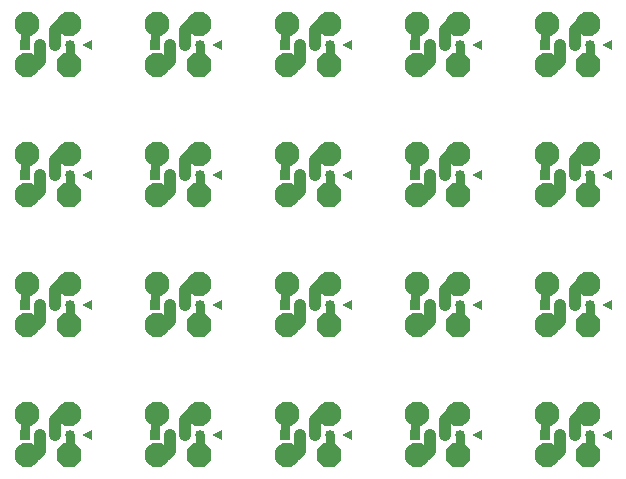
<source format=gbr>
G04 EasyPC Gerber Version 20.0.2 Build 4112 *
%FSLAX35Y35*%
%MOIN*%
%AMT133*0 Octagon Pad at angle 0*4,1,8,-0.01712,-0.04134,0.01712,-0.04134,0.04134,-0.01712,0.04134,0.01712,0.01712,0.04134,-0.01712,0.04134,-0.04134,0.01712,-0.04134,-0.01712,-0.01712,-0.04134,0*%
%ADD133T133*%
%ADD131R,0.03346X0.03346*%
%ADD123C,0.03150*%
%ADD132C,0.03346*%
%ADD29C,0.03937*%
%ADD20C,0.08268*%
%AMT134*0 Triangle Pad at angle 90*4,1,3,0.01673,-0.01673,0.01673,0.01673,-0.01673,0.00000,0.01673,-0.01673,0*%
%ADD134T134*%
X0Y0D02*
D02*
D20*
X8969Y8992D03*
Y22772D03*
Y52299D03*
Y66079D03*
Y95606D03*
Y109386D03*
Y138913D03*
Y152693D03*
X22748Y22772D03*
Y66079D03*
Y109386D03*
Y152693D03*
X52276Y8992D03*
Y22772D03*
Y52299D03*
Y66079D03*
Y95606D03*
Y109386D03*
Y138913D03*
Y152693D03*
X66055Y22772D03*
Y66079D03*
Y109386D03*
Y152693D03*
X95583Y8992D03*
Y22772D03*
Y52299D03*
Y66079D03*
Y95606D03*
Y109386D03*
Y138913D03*
Y152693D03*
X109362Y22772D03*
Y66079D03*
Y109386D03*
Y152693D03*
X138890Y8992D03*
Y22772D03*
Y52299D03*
Y66079D03*
Y95606D03*
Y109386D03*
Y138913D03*
Y152693D03*
X152669Y22772D03*
Y66079D03*
Y109386D03*
Y152693D03*
X182197Y8992D03*
Y22772D03*
Y52299D03*
Y66079D03*
Y95606D03*
Y109386D03*
Y138913D03*
Y152693D03*
X195976Y22772D03*
Y66079D03*
Y109386D03*
Y152693D03*
D02*
D29*
X8358Y22161D02*
X8969Y22772D01*
X8358Y65469D02*
X8969Y66079D01*
X8358Y108776D02*
X8969Y109386D01*
X8358Y152083D02*
X8969Y152693D01*
Y8992D02*
X11969D01*
X13358Y10382*
Y15882*
X8969Y52299D02*
X11969D01*
X13358Y53689*
Y59189*
X8969Y95606D02*
X11969D01*
X13358Y96996*
Y102496*
X8969Y138913D02*
X11969D01*
X13358Y140303*
Y145803*
X22748Y22772D02*
X20248D01*
X18358Y20882*
Y15882*
X22748Y66079D02*
X20248D01*
X18358Y64189*
Y59189*
X22748Y109386D02*
X20248D01*
X18358Y107496*
Y102496*
X22748Y152693D02*
X20248D01*
X18358Y150803*
Y145803*
X51665Y22161D02*
X52276Y22772D01*
X51665Y65469D02*
X52276Y66079D01*
X51665Y108776D02*
X52276Y109386D01*
X51665Y152083D02*
X52276Y152693D01*
Y8992D02*
X55276D01*
X56665Y10382*
Y15882*
X52276Y52299D02*
X55276D01*
X56665Y53689*
Y59189*
X52276Y95606D02*
X55276D01*
X56665Y96996*
Y102496*
X52276Y138913D02*
X55276D01*
X56665Y140303*
Y145803*
X66055Y22772D02*
X63555D01*
X61665Y20882*
Y15882*
X66055Y66079D02*
X63555D01*
X61665Y64189*
Y59189*
X66055Y109386D02*
X63555D01*
X61665Y107496*
Y102496*
X66055Y152693D02*
X63555D01*
X61665Y150803*
Y145803*
X94972Y22161D02*
X95583Y22772D01*
X94972Y65469D02*
X95583Y66079D01*
X94972Y108776D02*
X95583Y109386D01*
X94972Y152083D02*
X95583Y152693D01*
Y8992D02*
X98583D01*
X99972Y10382*
Y15882*
X95583Y52299D02*
X98583D01*
X99972Y53689*
Y59189*
X95583Y95606D02*
X98583D01*
X99972Y96996*
Y102496*
X95583Y138913D02*
X98583D01*
X99972Y140303*
Y145803*
X109362Y22772D02*
X106862D01*
X104972Y20882*
Y15882*
X109362Y66079D02*
X106862D01*
X104972Y64189*
Y59189*
X109362Y109386D02*
X106862D01*
X104972Y107496*
Y102496*
X109362Y152693D02*
X106862D01*
X104972Y150803*
Y145803*
X138280Y22161D02*
X138890Y22772D01*
X138280Y65469D02*
X138890Y66079D01*
X138280Y108776D02*
X138890Y109386D01*
X138280Y152083D02*
X138890Y152693D01*
Y8992D02*
X141890D01*
X143280Y10382*
Y15882*
X138890Y52299D02*
X141890D01*
X143280Y53689*
Y59189*
X138890Y95606D02*
X141890D01*
X143280Y96996*
Y102496*
X138890Y138913D02*
X141890D01*
X143280Y140303*
Y145803*
X152669Y22772D02*
X150169D01*
X148280Y20882*
Y15882*
X152669Y66079D02*
X150169D01*
X148280Y64189*
Y59189*
X152669Y109386D02*
X150169D01*
X148280Y107496*
Y102496*
X152669Y152693D02*
X150169D01*
X148280Y150803*
Y145803*
X181587Y22161D02*
X182197Y22772D01*
X181587Y65469D02*
X182197Y66079D01*
X181587Y108776D02*
X182197Y109386D01*
X181587Y152083D02*
X182197Y152693D01*
Y8992D02*
X185197D01*
X186587Y10382*
Y15882*
X182197Y52299D02*
X185197D01*
X186587Y53689*
Y59189*
X182197Y95606D02*
X185197D01*
X186587Y96996*
Y102496*
X182197Y138913D02*
X185197D01*
X186587Y140303*
Y145803*
X195976Y22772D02*
X193476D01*
X191587Y20882*
Y15882*
X195976Y66079D02*
X193476D01*
X191587Y64189*
Y59189*
X195976Y109386D02*
X193476D01*
X191587Y107496*
Y102496*
X195976Y152693D02*
X193476D01*
X191587Y150803*
Y145803*
D02*
D123*
X8358Y15882D02*
Y22161D01*
Y59189D02*
Y65469D01*
Y102496D02*
Y108776D01*
Y145803D02*
Y152083D01*
X23358Y15882D02*
Y9602D01*
X22748Y8992*
X23358Y59189D02*
Y52909D01*
X22748Y52299*
X23358Y102496D02*
Y96217D01*
X22748Y95606*
X23358Y145803D02*
Y139524D01*
X22748Y138913*
X51665Y15882D02*
Y22161D01*
Y59189D02*
Y65469D01*
Y102496D02*
Y108776D01*
Y145803D02*
Y152083D01*
X66665Y15882D02*
Y9602D01*
X66055Y8992*
X66665Y59189D02*
Y52909D01*
X66055Y52299*
X66665Y102496D02*
Y96217D01*
X66055Y95606*
X66665Y145803D02*
Y139524D01*
X66055Y138913*
X94972Y15882D02*
Y22161D01*
Y59189D02*
Y65469D01*
Y102496D02*
Y108776D01*
Y145803D02*
Y152083D01*
X109972Y15882D02*
Y9602D01*
X109362Y8992*
X109972Y59189D02*
Y52909D01*
X109362Y52299*
X109972Y102496D02*
Y96217D01*
X109362Y95606*
X109972Y145803D02*
Y139524D01*
X109362Y138913*
X138280Y15882D02*
Y22161D01*
Y59189D02*
Y65469D01*
Y102496D02*
Y108776D01*
Y145803D02*
Y152083D01*
X153280Y15882D02*
Y9602D01*
X152669Y8992*
X153280Y59189D02*
Y52909D01*
X152669Y52299*
X153280Y102496D02*
Y96217D01*
X152669Y95606*
X153280Y145803D02*
Y139524D01*
X152669Y138913*
X181587Y15882D02*
Y22161D01*
Y59189D02*
Y65469D01*
Y102496D02*
Y108776D01*
Y145803D02*
Y152083D01*
X196587Y15882D02*
Y9602D01*
X195976Y8992*
X196587Y59189D02*
Y52909D01*
X195976Y52299*
X196587Y102496D02*
Y96217D01*
X195976Y95606*
X196587Y145803D02*
Y139524D01*
X195976Y138913*
D02*
D131*
X8358Y15882D03*
Y59189D03*
Y102496D03*
Y145803D03*
X51665Y15882D03*
Y59189D03*
Y102496D03*
Y145803D03*
X94972Y15882D03*
Y59189D03*
Y102496D03*
Y145803D03*
X138280Y15882D03*
Y59189D03*
Y102496D03*
Y145803D03*
X181587Y15882D03*
Y59189D03*
Y102496D03*
Y145803D03*
D02*
D132*
X13358Y15882D03*
Y59189D03*
Y102496D03*
Y145803D03*
X18358Y15882D03*
Y59189D03*
Y102496D03*
Y145803D03*
X23358Y15882D03*
Y59189D03*
Y102496D03*
Y145803D03*
X56665Y15882D03*
Y59189D03*
Y102496D03*
Y145803D03*
X61665Y15882D03*
Y59189D03*
Y102496D03*
Y145803D03*
X66665Y15882D03*
Y59189D03*
Y102496D03*
Y145803D03*
X99972Y15882D03*
Y59189D03*
Y102496D03*
Y145803D03*
X104972Y15882D03*
Y59189D03*
Y102496D03*
Y145803D03*
X109972Y15882D03*
Y59189D03*
Y102496D03*
Y145803D03*
X143280Y15882D03*
Y59189D03*
Y102496D03*
Y145803D03*
X148280Y15882D03*
Y59189D03*
Y102496D03*
Y145803D03*
X153280Y15882D03*
Y59189D03*
Y102496D03*
Y145803D03*
X186587Y15882D03*
Y59189D03*
Y102496D03*
Y145803D03*
X191587Y15882D03*
Y59189D03*
Y102496D03*
Y145803D03*
X196587Y15882D03*
Y59189D03*
Y102496D03*
Y145803D03*
D02*
D133*
X22748Y8992D03*
Y52299D03*
Y95606D03*
Y138913D03*
X66055Y8992D03*
Y52299D03*
Y95606D03*
Y138913D03*
X109362Y8992D03*
Y52299D03*
Y95606D03*
Y138913D03*
X152669Y8992D03*
Y52299D03*
Y95606D03*
Y138913D03*
X195976Y8992D03*
Y52299D03*
Y95606D03*
Y138913D03*
D02*
D134*
X28858Y15882D03*
Y59189D03*
Y102496D03*
Y145803D03*
X72165Y15882D03*
Y59189D03*
Y102496D03*
Y145803D03*
X115472Y15882D03*
Y59189D03*
Y102496D03*
Y145803D03*
X158780Y15882D03*
Y59189D03*
Y102496D03*
Y145803D03*
X202087Y15882D03*
Y59189D03*
Y102496D03*
Y145803D03*
X0Y0D02*
M02*

</source>
